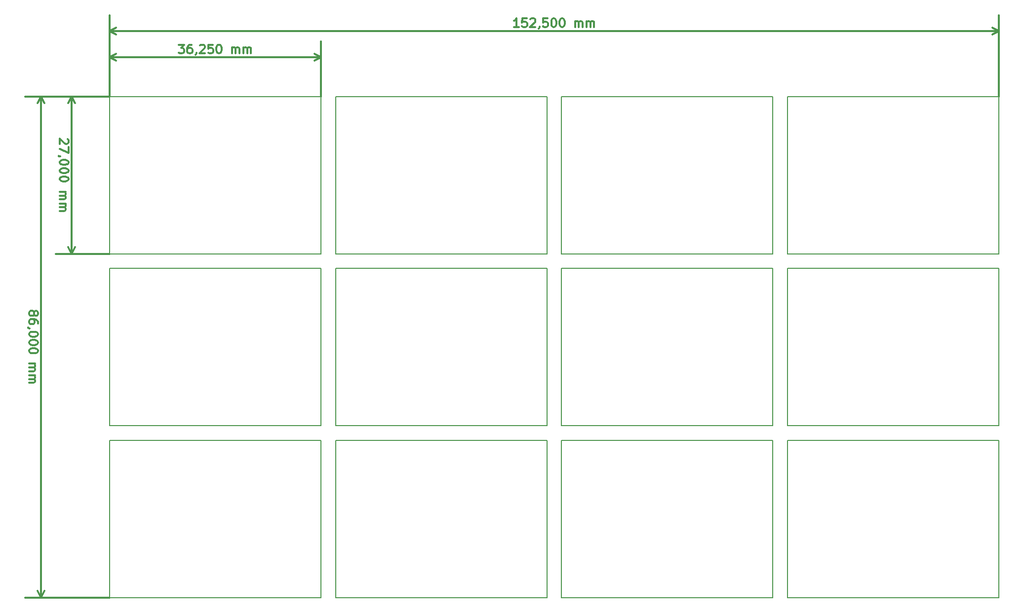
<source format=gbr>
G04 #@! TF.FileFunction,Other,Comment*
%FSLAX46Y46*%
G04 Gerber Fmt 4.6, Leading zero omitted, Abs format (unit mm)*
G04 Created by KiCad (PCBNEW 4.0.6-e0-6349~53~ubuntu16.04.1) date Thu Mar 16 16:11:01 2017*
%MOMM*%
%LPD*%
G01*
G04 APERTURE LIST*
%ADD10C,0.100000*%
%ADD11C,0.300000*%
%ADD12C,0.150000*%
G04 APERTURE END LIST*
D10*
D11*
X2078572Y-52071430D02*
X2150001Y-51928572D01*
X2221430Y-51857144D01*
X2364287Y-51785715D01*
X2435715Y-51785715D01*
X2578572Y-51857144D01*
X2650001Y-51928572D01*
X2721430Y-52071430D01*
X2721430Y-52357144D01*
X2650001Y-52500001D01*
X2578572Y-52571430D01*
X2435715Y-52642858D01*
X2364287Y-52642858D01*
X2221430Y-52571430D01*
X2150001Y-52500001D01*
X2078572Y-52357144D01*
X2078572Y-52071430D01*
X2007144Y-51928572D01*
X1935715Y-51857144D01*
X1792858Y-51785715D01*
X1507144Y-51785715D01*
X1364287Y-51857144D01*
X1292858Y-51928572D01*
X1221430Y-52071430D01*
X1221430Y-52357144D01*
X1292858Y-52500001D01*
X1364287Y-52571430D01*
X1507144Y-52642858D01*
X1792858Y-52642858D01*
X1935715Y-52571430D01*
X2007144Y-52500001D01*
X2078572Y-52357144D01*
X2721430Y-53928572D02*
X2721430Y-53642858D01*
X2650001Y-53500001D01*
X2578572Y-53428572D01*
X2364287Y-53285715D01*
X2078572Y-53214286D01*
X1507144Y-53214286D01*
X1364287Y-53285715D01*
X1292858Y-53357143D01*
X1221430Y-53500001D01*
X1221430Y-53785715D01*
X1292858Y-53928572D01*
X1364287Y-54000001D01*
X1507144Y-54071429D01*
X1864287Y-54071429D01*
X2007144Y-54000001D01*
X2078572Y-53928572D01*
X2150001Y-53785715D01*
X2150001Y-53500001D01*
X2078572Y-53357143D01*
X2007144Y-53285715D01*
X1864287Y-53214286D01*
X1292858Y-54785714D02*
X1221430Y-54785714D01*
X1078572Y-54714286D01*
X1007144Y-54642857D01*
X2721430Y-55714286D02*
X2721430Y-55857143D01*
X2650001Y-56000000D01*
X2578572Y-56071429D01*
X2435715Y-56142858D01*
X2150001Y-56214286D01*
X1792858Y-56214286D01*
X1507144Y-56142858D01*
X1364287Y-56071429D01*
X1292858Y-56000000D01*
X1221430Y-55857143D01*
X1221430Y-55714286D01*
X1292858Y-55571429D01*
X1364287Y-55500000D01*
X1507144Y-55428572D01*
X1792858Y-55357143D01*
X2150001Y-55357143D01*
X2435715Y-55428572D01*
X2578572Y-55500000D01*
X2650001Y-55571429D01*
X2721430Y-55714286D01*
X2721430Y-57142857D02*
X2721430Y-57285714D01*
X2650001Y-57428571D01*
X2578572Y-57500000D01*
X2435715Y-57571429D01*
X2150001Y-57642857D01*
X1792858Y-57642857D01*
X1507144Y-57571429D01*
X1364287Y-57500000D01*
X1292858Y-57428571D01*
X1221430Y-57285714D01*
X1221430Y-57142857D01*
X1292858Y-57000000D01*
X1364287Y-56928571D01*
X1507144Y-56857143D01*
X1792858Y-56785714D01*
X2150001Y-56785714D01*
X2435715Y-56857143D01*
X2578572Y-56928571D01*
X2650001Y-57000000D01*
X2721430Y-57142857D01*
X2721430Y-58571428D02*
X2721430Y-58714285D01*
X2650001Y-58857142D01*
X2578572Y-58928571D01*
X2435715Y-59000000D01*
X2150001Y-59071428D01*
X1792858Y-59071428D01*
X1507144Y-59000000D01*
X1364287Y-58928571D01*
X1292858Y-58857142D01*
X1221430Y-58714285D01*
X1221430Y-58571428D01*
X1292858Y-58428571D01*
X1364287Y-58357142D01*
X1507144Y-58285714D01*
X1792858Y-58214285D01*
X2150001Y-58214285D01*
X2435715Y-58285714D01*
X2578572Y-58357142D01*
X2650001Y-58428571D01*
X2721430Y-58571428D01*
X1221430Y-60857142D02*
X2221430Y-60857142D01*
X2078572Y-60857142D02*
X2150001Y-60928570D01*
X2221430Y-61071428D01*
X2221430Y-61285713D01*
X2150001Y-61428570D01*
X2007144Y-61499999D01*
X1221430Y-61499999D01*
X2007144Y-61499999D02*
X2150001Y-61571428D01*
X2221430Y-61714285D01*
X2221430Y-61928570D01*
X2150001Y-62071428D01*
X2007144Y-62142856D01*
X1221430Y-62142856D01*
X1221430Y-62857142D02*
X2221430Y-62857142D01*
X2078572Y-62857142D02*
X2150001Y-62928570D01*
X2221430Y-63071428D01*
X2221430Y-63285713D01*
X2150001Y-63428570D01*
X2007144Y-63499999D01*
X1221430Y-63499999D01*
X2007144Y-63499999D02*
X2150001Y-63571428D01*
X2221430Y-63714285D01*
X2221430Y-63928570D01*
X2150001Y-64071428D01*
X2007144Y-64142856D01*
X1221430Y-64142856D01*
X3250001Y-15000000D02*
X3250001Y-101000000D01*
X15000000Y-15000000D02*
X550001Y-15000000D01*
X15000000Y-101000000D02*
X550001Y-101000000D01*
X3250001Y-101000000D02*
X2663580Y-99873496D01*
X3250001Y-101000000D02*
X3836422Y-99873496D01*
X3250001Y-15000000D02*
X2663580Y-16126504D01*
X3250001Y-15000000D02*
X3836422Y-16126504D01*
X85178573Y-3078571D02*
X84321430Y-3078571D01*
X84750002Y-3078571D02*
X84750002Y-1578571D01*
X84607145Y-1792857D01*
X84464287Y-1935714D01*
X84321430Y-2007143D01*
X86535716Y-1578571D02*
X85821430Y-1578571D01*
X85750001Y-2292857D01*
X85821430Y-2221429D01*
X85964287Y-2150000D01*
X86321430Y-2150000D01*
X86464287Y-2221429D01*
X86535716Y-2292857D01*
X86607144Y-2435714D01*
X86607144Y-2792857D01*
X86535716Y-2935714D01*
X86464287Y-3007143D01*
X86321430Y-3078571D01*
X85964287Y-3078571D01*
X85821430Y-3007143D01*
X85750001Y-2935714D01*
X87178572Y-1721429D02*
X87250001Y-1650000D01*
X87392858Y-1578571D01*
X87750001Y-1578571D01*
X87892858Y-1650000D01*
X87964287Y-1721429D01*
X88035715Y-1864286D01*
X88035715Y-2007143D01*
X87964287Y-2221429D01*
X87107144Y-3078571D01*
X88035715Y-3078571D01*
X88750000Y-3007143D02*
X88750000Y-3078571D01*
X88678572Y-3221429D01*
X88607143Y-3292857D01*
X90107144Y-1578571D02*
X89392858Y-1578571D01*
X89321429Y-2292857D01*
X89392858Y-2221429D01*
X89535715Y-2150000D01*
X89892858Y-2150000D01*
X90035715Y-2221429D01*
X90107144Y-2292857D01*
X90178572Y-2435714D01*
X90178572Y-2792857D01*
X90107144Y-2935714D01*
X90035715Y-3007143D01*
X89892858Y-3078571D01*
X89535715Y-3078571D01*
X89392858Y-3007143D01*
X89321429Y-2935714D01*
X91107143Y-1578571D02*
X91250000Y-1578571D01*
X91392857Y-1650000D01*
X91464286Y-1721429D01*
X91535715Y-1864286D01*
X91607143Y-2150000D01*
X91607143Y-2507143D01*
X91535715Y-2792857D01*
X91464286Y-2935714D01*
X91392857Y-3007143D01*
X91250000Y-3078571D01*
X91107143Y-3078571D01*
X90964286Y-3007143D01*
X90892857Y-2935714D01*
X90821429Y-2792857D01*
X90750000Y-2507143D01*
X90750000Y-2150000D01*
X90821429Y-1864286D01*
X90892857Y-1721429D01*
X90964286Y-1650000D01*
X91107143Y-1578571D01*
X92535714Y-1578571D02*
X92678571Y-1578571D01*
X92821428Y-1650000D01*
X92892857Y-1721429D01*
X92964286Y-1864286D01*
X93035714Y-2150000D01*
X93035714Y-2507143D01*
X92964286Y-2792857D01*
X92892857Y-2935714D01*
X92821428Y-3007143D01*
X92678571Y-3078571D01*
X92535714Y-3078571D01*
X92392857Y-3007143D01*
X92321428Y-2935714D01*
X92250000Y-2792857D01*
X92178571Y-2507143D01*
X92178571Y-2150000D01*
X92250000Y-1864286D01*
X92321428Y-1721429D01*
X92392857Y-1650000D01*
X92535714Y-1578571D01*
X94821428Y-3078571D02*
X94821428Y-2078571D01*
X94821428Y-2221429D02*
X94892856Y-2150000D01*
X95035714Y-2078571D01*
X95249999Y-2078571D01*
X95392856Y-2150000D01*
X95464285Y-2292857D01*
X95464285Y-3078571D01*
X95464285Y-2292857D02*
X95535714Y-2150000D01*
X95678571Y-2078571D01*
X95892856Y-2078571D01*
X96035714Y-2150000D01*
X96107142Y-2292857D01*
X96107142Y-3078571D01*
X96821428Y-3078571D02*
X96821428Y-2078571D01*
X96821428Y-2221429D02*
X96892856Y-2150000D01*
X97035714Y-2078571D01*
X97249999Y-2078571D01*
X97392856Y-2150000D01*
X97464285Y-2292857D01*
X97464285Y-3078571D01*
X97464285Y-2292857D02*
X97535714Y-2150000D01*
X97678571Y-2078571D01*
X97892856Y-2078571D01*
X98035714Y-2150000D01*
X98107142Y-2292857D01*
X98107142Y-3078571D01*
X15000000Y-3750000D02*
X167500000Y-3750000D01*
X15000000Y-15000000D02*
X15000000Y-1050000D01*
X167500000Y-15000000D02*
X167500000Y-1050000D01*
X167500000Y-3750000D02*
X166373496Y-4336421D01*
X167500000Y-3750000D02*
X166373496Y-3163579D01*
X15000000Y-3750000D02*
X16126504Y-4336421D01*
X15000000Y-3750000D02*
X16126504Y-3163579D01*
D12*
X167500800Y-101002920D02*
X131250800Y-101002920D01*
X167500800Y-71502920D02*
X131250800Y-71502920D01*
X167500800Y-42002920D02*
X131250800Y-42002920D01*
X128750800Y-101002920D02*
X92500800Y-101002920D01*
X128750800Y-71502920D02*
X92500800Y-71502920D01*
X128750800Y-42002920D02*
X92500800Y-42002920D01*
X90000800Y-101002920D02*
X53750800Y-101002920D01*
X90000800Y-71502920D02*
X53750800Y-71502920D01*
X90000800Y-42002920D02*
X53750800Y-42002920D01*
X51250800Y-101002920D02*
X15000800Y-101002920D01*
X51250800Y-71502920D02*
X15000800Y-71502920D01*
X167500800Y-74002920D02*
X167500800Y-101002920D01*
X167500800Y-44502920D02*
X167500800Y-71502920D01*
X167500800Y-15002920D02*
X167500800Y-42002920D01*
X128750800Y-74002920D02*
X128750800Y-101002920D01*
X128750800Y-44502920D02*
X128750800Y-71502920D01*
X128750800Y-15002920D02*
X128750800Y-42002920D01*
X90000800Y-74002920D02*
X90000800Y-101002920D01*
X90000800Y-44502920D02*
X90000800Y-71502920D01*
X90000800Y-15002920D02*
X90000800Y-42002920D01*
X51250800Y-74002920D02*
X51250800Y-101002920D01*
X51250800Y-44502920D02*
X51250800Y-71502920D01*
X131250800Y-101002920D02*
X131250800Y-74002920D01*
X131250800Y-71502920D02*
X131250800Y-44502920D01*
X131250800Y-42002920D02*
X131250800Y-15002920D01*
X92500800Y-101002920D02*
X92500800Y-74002920D01*
X92500800Y-71502920D02*
X92500800Y-44502920D01*
X92500800Y-42002920D02*
X92500800Y-15002920D01*
X53750800Y-101002920D02*
X53750800Y-74002920D01*
X53750800Y-71502920D02*
X53750800Y-44502920D01*
X53750800Y-42002920D02*
X53750800Y-15002920D01*
X15000800Y-101002920D02*
X15000800Y-74002920D01*
X15000800Y-71502920D02*
X15000800Y-44502920D01*
X167500800Y-74002920D02*
X131250800Y-74002920D01*
X167500800Y-44502920D02*
X131250800Y-44502920D01*
X167500800Y-15002920D02*
X131250800Y-15002920D01*
X128750800Y-74002920D02*
X92500800Y-74002920D01*
X128750800Y-44502920D02*
X92500800Y-44502920D01*
X128750800Y-15002920D02*
X92500800Y-15002920D01*
X90000800Y-74002920D02*
X53750800Y-74002920D01*
X90000800Y-44502920D02*
X53750800Y-44502920D01*
X90000800Y-15002920D02*
X53750800Y-15002920D01*
X51250800Y-74002920D02*
X15000800Y-74002920D01*
X51250800Y-44502920D02*
X15000800Y-44502920D01*
D11*
X7828571Y-22285715D02*
X7900000Y-22357144D01*
X7971429Y-22500001D01*
X7971429Y-22857144D01*
X7900000Y-23000001D01*
X7828571Y-23071430D01*
X7685714Y-23142858D01*
X7542857Y-23142858D01*
X7328571Y-23071430D01*
X6471429Y-22214287D01*
X6471429Y-23142858D01*
X7971429Y-23642858D02*
X7971429Y-24642858D01*
X6471429Y-24000001D01*
X6542857Y-25285714D02*
X6471429Y-25285714D01*
X6328571Y-25214286D01*
X6257143Y-25142857D01*
X7971429Y-26214286D02*
X7971429Y-26357143D01*
X7900000Y-26500000D01*
X7828571Y-26571429D01*
X7685714Y-26642858D01*
X7400000Y-26714286D01*
X7042857Y-26714286D01*
X6757143Y-26642858D01*
X6614286Y-26571429D01*
X6542857Y-26500000D01*
X6471429Y-26357143D01*
X6471429Y-26214286D01*
X6542857Y-26071429D01*
X6614286Y-26000000D01*
X6757143Y-25928572D01*
X7042857Y-25857143D01*
X7400000Y-25857143D01*
X7685714Y-25928572D01*
X7828571Y-26000000D01*
X7900000Y-26071429D01*
X7971429Y-26214286D01*
X7971429Y-27642857D02*
X7971429Y-27785714D01*
X7900000Y-27928571D01*
X7828571Y-28000000D01*
X7685714Y-28071429D01*
X7400000Y-28142857D01*
X7042857Y-28142857D01*
X6757143Y-28071429D01*
X6614286Y-28000000D01*
X6542857Y-27928571D01*
X6471429Y-27785714D01*
X6471429Y-27642857D01*
X6542857Y-27500000D01*
X6614286Y-27428571D01*
X6757143Y-27357143D01*
X7042857Y-27285714D01*
X7400000Y-27285714D01*
X7685714Y-27357143D01*
X7828571Y-27428571D01*
X7900000Y-27500000D01*
X7971429Y-27642857D01*
X7971429Y-29071428D02*
X7971429Y-29214285D01*
X7900000Y-29357142D01*
X7828571Y-29428571D01*
X7685714Y-29500000D01*
X7400000Y-29571428D01*
X7042857Y-29571428D01*
X6757143Y-29500000D01*
X6614286Y-29428571D01*
X6542857Y-29357142D01*
X6471429Y-29214285D01*
X6471429Y-29071428D01*
X6542857Y-28928571D01*
X6614286Y-28857142D01*
X6757143Y-28785714D01*
X7042857Y-28714285D01*
X7400000Y-28714285D01*
X7685714Y-28785714D01*
X7828571Y-28857142D01*
X7900000Y-28928571D01*
X7971429Y-29071428D01*
X6471429Y-31357142D02*
X7471429Y-31357142D01*
X7328571Y-31357142D02*
X7400000Y-31428570D01*
X7471429Y-31571428D01*
X7471429Y-31785713D01*
X7400000Y-31928570D01*
X7257143Y-31999999D01*
X6471429Y-31999999D01*
X7257143Y-31999999D02*
X7400000Y-32071428D01*
X7471429Y-32214285D01*
X7471429Y-32428570D01*
X7400000Y-32571428D01*
X7257143Y-32642856D01*
X6471429Y-32642856D01*
X6471429Y-33357142D02*
X7471429Y-33357142D01*
X7328571Y-33357142D02*
X7400000Y-33428570D01*
X7471429Y-33571428D01*
X7471429Y-33785713D01*
X7400000Y-33928570D01*
X7257143Y-33999999D01*
X6471429Y-33999999D01*
X7257143Y-33999999D02*
X7400000Y-34071428D01*
X7471429Y-34214285D01*
X7471429Y-34428570D01*
X7400000Y-34571428D01*
X7257143Y-34642856D01*
X6471429Y-34642856D01*
X8500000Y-15000000D02*
X8500000Y-42000000D01*
X15000000Y-15000000D02*
X5800000Y-15000000D01*
X15000000Y-42000000D02*
X5800000Y-42000000D01*
X8500000Y-42000000D02*
X7913579Y-40873496D01*
X8500000Y-42000000D02*
X9086421Y-40873496D01*
X8500000Y-15000000D02*
X7913579Y-16126504D01*
X8500000Y-15000000D02*
X9086421Y-16126504D01*
X26839287Y-6078571D02*
X27767858Y-6078571D01*
X27267858Y-6650000D01*
X27482144Y-6650000D01*
X27625001Y-6721429D01*
X27696430Y-6792857D01*
X27767858Y-6935714D01*
X27767858Y-7292857D01*
X27696430Y-7435714D01*
X27625001Y-7507143D01*
X27482144Y-7578571D01*
X27053572Y-7578571D01*
X26910715Y-7507143D01*
X26839287Y-7435714D01*
X29053572Y-6078571D02*
X28767858Y-6078571D01*
X28625001Y-6150000D01*
X28553572Y-6221429D01*
X28410715Y-6435714D01*
X28339286Y-6721429D01*
X28339286Y-7292857D01*
X28410715Y-7435714D01*
X28482143Y-7507143D01*
X28625001Y-7578571D01*
X28910715Y-7578571D01*
X29053572Y-7507143D01*
X29125001Y-7435714D01*
X29196429Y-7292857D01*
X29196429Y-6935714D01*
X29125001Y-6792857D01*
X29053572Y-6721429D01*
X28910715Y-6650000D01*
X28625001Y-6650000D01*
X28482143Y-6721429D01*
X28410715Y-6792857D01*
X28339286Y-6935714D01*
X29910714Y-7507143D02*
X29910714Y-7578571D01*
X29839286Y-7721429D01*
X29767857Y-7792857D01*
X30482143Y-6221429D02*
X30553572Y-6150000D01*
X30696429Y-6078571D01*
X31053572Y-6078571D01*
X31196429Y-6150000D01*
X31267858Y-6221429D01*
X31339286Y-6364286D01*
X31339286Y-6507143D01*
X31267858Y-6721429D01*
X30410715Y-7578571D01*
X31339286Y-7578571D01*
X32696429Y-6078571D02*
X31982143Y-6078571D01*
X31910714Y-6792857D01*
X31982143Y-6721429D01*
X32125000Y-6650000D01*
X32482143Y-6650000D01*
X32625000Y-6721429D01*
X32696429Y-6792857D01*
X32767857Y-6935714D01*
X32767857Y-7292857D01*
X32696429Y-7435714D01*
X32625000Y-7507143D01*
X32482143Y-7578571D01*
X32125000Y-7578571D01*
X31982143Y-7507143D01*
X31910714Y-7435714D01*
X33696428Y-6078571D02*
X33839285Y-6078571D01*
X33982142Y-6150000D01*
X34053571Y-6221429D01*
X34125000Y-6364286D01*
X34196428Y-6650000D01*
X34196428Y-7007143D01*
X34125000Y-7292857D01*
X34053571Y-7435714D01*
X33982142Y-7507143D01*
X33839285Y-7578571D01*
X33696428Y-7578571D01*
X33553571Y-7507143D01*
X33482142Y-7435714D01*
X33410714Y-7292857D01*
X33339285Y-7007143D01*
X33339285Y-6650000D01*
X33410714Y-6364286D01*
X33482142Y-6221429D01*
X33553571Y-6150000D01*
X33696428Y-6078571D01*
X35982142Y-7578571D02*
X35982142Y-6578571D01*
X35982142Y-6721429D02*
X36053570Y-6650000D01*
X36196428Y-6578571D01*
X36410713Y-6578571D01*
X36553570Y-6650000D01*
X36624999Y-6792857D01*
X36624999Y-7578571D01*
X36624999Y-6792857D02*
X36696428Y-6650000D01*
X36839285Y-6578571D01*
X37053570Y-6578571D01*
X37196428Y-6650000D01*
X37267856Y-6792857D01*
X37267856Y-7578571D01*
X37982142Y-7578571D02*
X37982142Y-6578571D01*
X37982142Y-6721429D02*
X38053570Y-6650000D01*
X38196428Y-6578571D01*
X38410713Y-6578571D01*
X38553570Y-6650000D01*
X38624999Y-6792857D01*
X38624999Y-7578571D01*
X38624999Y-6792857D02*
X38696428Y-6650000D01*
X38839285Y-6578571D01*
X39053570Y-6578571D01*
X39196428Y-6650000D01*
X39267856Y-6792857D01*
X39267856Y-7578571D01*
X15000000Y-8250000D02*
X51250000Y-8250000D01*
X15000000Y-15000000D02*
X15000000Y-5550000D01*
X51250000Y-15000000D02*
X51250000Y-5550000D01*
X51250000Y-8250000D02*
X50123496Y-8836421D01*
X51250000Y-8250000D02*
X50123496Y-7663579D01*
X15000000Y-8250000D02*
X16126504Y-8836421D01*
X15000000Y-8250000D02*
X16126504Y-7663579D01*
D12*
X51250800Y-15002920D02*
X15000800Y-15002920D01*
X51250800Y-42002920D02*
X15000800Y-42002920D01*
X51250800Y-15002920D02*
X51250800Y-42002920D01*
X15000800Y-42002920D02*
X15000800Y-15002920D01*
M02*

</source>
